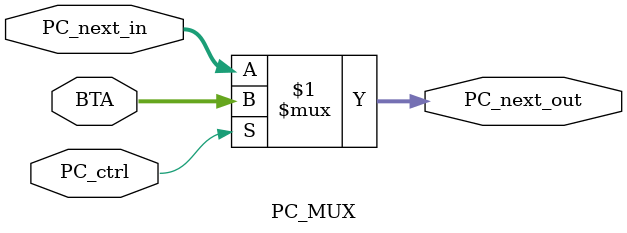
<source format=v>
`timescale 1ns / 1ps

module PC_MUX
(
    input [6:0] PC_next_in,
    input [6:0] BTA,
    input PC_ctrl,

    output [6:0] PC_next_out
);

    assign PC_next_out = PC_ctrl ? BTA : PC_next_in;

endmodule
</source>
